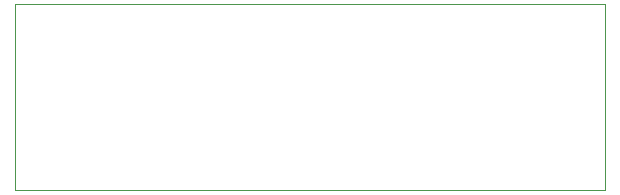
<source format=gbr>
G04*
G04 #@! TF.GenerationSoftware,Altium Limited,Altium Designer,22.4.2 (48)*
G04*
G04 Layer_Color=0*
%FSLAX44Y44*%
%MOMM*%
G71*
G04*
G04 #@! TF.SameCoordinates,B20A0790-DF17-45FB-B65C-B6E2A976101D*
G04*
G04*
G04 #@! TF.FilePolarity,Positive*
G04*
G01*
G75*
%ADD20C,0.0254*%
D20*
X0Y0D02*
Y157500D01*
X500000D01*
Y0D01*
X0D01*
M02*

</source>
